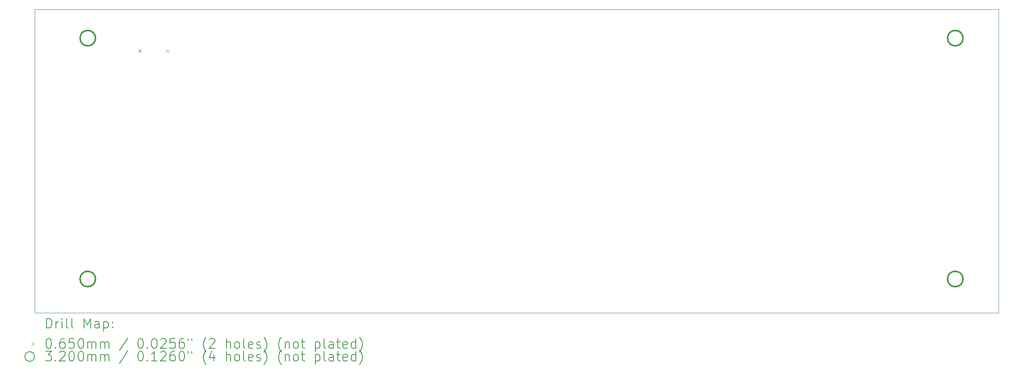
<source format=gbr>
%TF.GenerationSoftware,KiCad,Pcbnew,7.0.1*%
%TF.CreationDate,2023-08-04T20:18:21+09:00*%
%TF.ProjectId,FNF_Controller,464e465f-436f-46e7-9472-6f6c6c65722e,rev?*%
%TF.SameCoordinates,PX337f980PY7ed6b40*%
%TF.FileFunction,Drillmap*%
%TF.FilePolarity,Positive*%
%FSLAX45Y45*%
G04 Gerber Fmt 4.5, Leading zero omitted, Abs format (unit mm)*
G04 Created by KiCad (PCBNEW 7.0.1) date 2023-08-04 20:18:21*
%MOMM*%
%LPD*%
G01*
G04 APERTURE LIST*
%ADD10C,0.100000*%
%ADD11C,0.200000*%
%ADD12C,0.065000*%
%ADD13C,0.320000*%
G04 APERTURE END LIST*
D10*
X0Y6300000D02*
X20000000Y6300000D01*
X20000000Y0D01*
X0Y0D01*
X0Y6300000D01*
D11*
D12*
X2146500Y5467500D02*
X2211500Y5402500D01*
X2211500Y5467500D02*
X2146500Y5402500D01*
X2724500Y5467500D02*
X2789500Y5402500D01*
X2789500Y5467500D02*
X2724500Y5402500D01*
D13*
X1260000Y5700000D02*
G75*
G03*
X1260000Y5700000I-160000J0D01*
G01*
X1260000Y700000D02*
G75*
G03*
X1260000Y700000I-160000J0D01*
G01*
X19260000Y5700000D02*
G75*
G03*
X19260000Y5700000I-160000J0D01*
G01*
X19260000Y700000D02*
G75*
G03*
X19260000Y700000I-160000J0D01*
G01*
D11*
X242619Y-317524D02*
X242619Y-117524D01*
X242619Y-117524D02*
X290238Y-117524D01*
X290238Y-117524D02*
X318810Y-127048D01*
X318810Y-127048D02*
X337857Y-146095D01*
X337857Y-146095D02*
X347381Y-165143D01*
X347381Y-165143D02*
X356905Y-203238D01*
X356905Y-203238D02*
X356905Y-231809D01*
X356905Y-231809D02*
X347381Y-269905D01*
X347381Y-269905D02*
X337857Y-288952D01*
X337857Y-288952D02*
X318810Y-308000D01*
X318810Y-308000D02*
X290238Y-317524D01*
X290238Y-317524D02*
X242619Y-317524D01*
X442619Y-317524D02*
X442619Y-184190D01*
X442619Y-222286D02*
X452143Y-203238D01*
X452143Y-203238D02*
X461667Y-193714D01*
X461667Y-193714D02*
X480714Y-184190D01*
X480714Y-184190D02*
X499762Y-184190D01*
X566429Y-317524D02*
X566429Y-184190D01*
X566429Y-117524D02*
X556905Y-127048D01*
X556905Y-127048D02*
X566429Y-136571D01*
X566429Y-136571D02*
X575952Y-127048D01*
X575952Y-127048D02*
X566429Y-117524D01*
X566429Y-117524D02*
X566429Y-136571D01*
X690238Y-317524D02*
X671190Y-308000D01*
X671190Y-308000D02*
X661667Y-288952D01*
X661667Y-288952D02*
X661667Y-117524D01*
X795000Y-317524D02*
X775952Y-308000D01*
X775952Y-308000D02*
X766428Y-288952D01*
X766428Y-288952D02*
X766428Y-117524D01*
X1023571Y-317524D02*
X1023571Y-117524D01*
X1023571Y-117524D02*
X1090238Y-260381D01*
X1090238Y-260381D02*
X1156905Y-117524D01*
X1156905Y-117524D02*
X1156905Y-317524D01*
X1337857Y-317524D02*
X1337857Y-212762D01*
X1337857Y-212762D02*
X1328333Y-193714D01*
X1328333Y-193714D02*
X1309286Y-184190D01*
X1309286Y-184190D02*
X1271190Y-184190D01*
X1271190Y-184190D02*
X1252143Y-193714D01*
X1337857Y-308000D02*
X1318810Y-317524D01*
X1318810Y-317524D02*
X1271190Y-317524D01*
X1271190Y-317524D02*
X1252143Y-308000D01*
X1252143Y-308000D02*
X1242619Y-288952D01*
X1242619Y-288952D02*
X1242619Y-269905D01*
X1242619Y-269905D02*
X1252143Y-250857D01*
X1252143Y-250857D02*
X1271190Y-241333D01*
X1271190Y-241333D02*
X1318810Y-241333D01*
X1318810Y-241333D02*
X1337857Y-231809D01*
X1433095Y-184190D02*
X1433095Y-384190D01*
X1433095Y-193714D02*
X1452143Y-184190D01*
X1452143Y-184190D02*
X1490238Y-184190D01*
X1490238Y-184190D02*
X1509286Y-193714D01*
X1509286Y-193714D02*
X1518809Y-203238D01*
X1518809Y-203238D02*
X1528333Y-222286D01*
X1528333Y-222286D02*
X1528333Y-279429D01*
X1528333Y-279429D02*
X1518809Y-298476D01*
X1518809Y-298476D02*
X1509286Y-308000D01*
X1509286Y-308000D02*
X1490238Y-317524D01*
X1490238Y-317524D02*
X1452143Y-317524D01*
X1452143Y-317524D02*
X1433095Y-308000D01*
X1614048Y-298476D02*
X1623571Y-308000D01*
X1623571Y-308000D02*
X1614048Y-317524D01*
X1614048Y-317524D02*
X1604524Y-308000D01*
X1604524Y-308000D02*
X1614048Y-298476D01*
X1614048Y-298476D02*
X1614048Y-317524D01*
X1614048Y-193714D02*
X1623571Y-203238D01*
X1623571Y-203238D02*
X1614048Y-212762D01*
X1614048Y-212762D02*
X1604524Y-203238D01*
X1604524Y-203238D02*
X1614048Y-193714D01*
X1614048Y-193714D02*
X1614048Y-212762D01*
D12*
X-70000Y-612500D02*
X-5000Y-677500D01*
X-5000Y-612500D02*
X-70000Y-677500D01*
D11*
X280714Y-537524D02*
X299762Y-537524D01*
X299762Y-537524D02*
X318810Y-547048D01*
X318810Y-547048D02*
X328333Y-556571D01*
X328333Y-556571D02*
X337857Y-575619D01*
X337857Y-575619D02*
X347381Y-613714D01*
X347381Y-613714D02*
X347381Y-661333D01*
X347381Y-661333D02*
X337857Y-699428D01*
X337857Y-699428D02*
X328333Y-718476D01*
X328333Y-718476D02*
X318810Y-728000D01*
X318810Y-728000D02*
X299762Y-737524D01*
X299762Y-737524D02*
X280714Y-737524D01*
X280714Y-737524D02*
X261667Y-728000D01*
X261667Y-728000D02*
X252143Y-718476D01*
X252143Y-718476D02*
X242619Y-699428D01*
X242619Y-699428D02*
X233095Y-661333D01*
X233095Y-661333D02*
X233095Y-613714D01*
X233095Y-613714D02*
X242619Y-575619D01*
X242619Y-575619D02*
X252143Y-556571D01*
X252143Y-556571D02*
X261667Y-547048D01*
X261667Y-547048D02*
X280714Y-537524D01*
X433095Y-718476D02*
X442619Y-728000D01*
X442619Y-728000D02*
X433095Y-737524D01*
X433095Y-737524D02*
X423571Y-728000D01*
X423571Y-728000D02*
X433095Y-718476D01*
X433095Y-718476D02*
X433095Y-737524D01*
X614048Y-537524D02*
X575952Y-537524D01*
X575952Y-537524D02*
X556905Y-547048D01*
X556905Y-547048D02*
X547381Y-556571D01*
X547381Y-556571D02*
X528333Y-585143D01*
X528333Y-585143D02*
X518809Y-623238D01*
X518809Y-623238D02*
X518809Y-699428D01*
X518809Y-699428D02*
X528333Y-718476D01*
X528333Y-718476D02*
X537857Y-728000D01*
X537857Y-728000D02*
X556905Y-737524D01*
X556905Y-737524D02*
X595000Y-737524D01*
X595000Y-737524D02*
X614048Y-728000D01*
X614048Y-728000D02*
X623571Y-718476D01*
X623571Y-718476D02*
X633095Y-699428D01*
X633095Y-699428D02*
X633095Y-651810D01*
X633095Y-651810D02*
X623571Y-632762D01*
X623571Y-632762D02*
X614048Y-623238D01*
X614048Y-623238D02*
X595000Y-613714D01*
X595000Y-613714D02*
X556905Y-613714D01*
X556905Y-613714D02*
X537857Y-623238D01*
X537857Y-623238D02*
X528333Y-632762D01*
X528333Y-632762D02*
X518809Y-651810D01*
X814048Y-537524D02*
X718809Y-537524D01*
X718809Y-537524D02*
X709286Y-632762D01*
X709286Y-632762D02*
X718809Y-623238D01*
X718809Y-623238D02*
X737857Y-613714D01*
X737857Y-613714D02*
X785476Y-613714D01*
X785476Y-613714D02*
X804524Y-623238D01*
X804524Y-623238D02*
X814048Y-632762D01*
X814048Y-632762D02*
X823571Y-651810D01*
X823571Y-651810D02*
X823571Y-699428D01*
X823571Y-699428D02*
X814048Y-718476D01*
X814048Y-718476D02*
X804524Y-728000D01*
X804524Y-728000D02*
X785476Y-737524D01*
X785476Y-737524D02*
X737857Y-737524D01*
X737857Y-737524D02*
X718809Y-728000D01*
X718809Y-728000D02*
X709286Y-718476D01*
X947381Y-537524D02*
X966429Y-537524D01*
X966429Y-537524D02*
X985476Y-547048D01*
X985476Y-547048D02*
X995000Y-556571D01*
X995000Y-556571D02*
X1004524Y-575619D01*
X1004524Y-575619D02*
X1014048Y-613714D01*
X1014048Y-613714D02*
X1014048Y-661333D01*
X1014048Y-661333D02*
X1004524Y-699428D01*
X1004524Y-699428D02*
X995000Y-718476D01*
X995000Y-718476D02*
X985476Y-728000D01*
X985476Y-728000D02*
X966429Y-737524D01*
X966429Y-737524D02*
X947381Y-737524D01*
X947381Y-737524D02*
X928333Y-728000D01*
X928333Y-728000D02*
X918809Y-718476D01*
X918809Y-718476D02*
X909286Y-699428D01*
X909286Y-699428D02*
X899762Y-661333D01*
X899762Y-661333D02*
X899762Y-613714D01*
X899762Y-613714D02*
X909286Y-575619D01*
X909286Y-575619D02*
X918809Y-556571D01*
X918809Y-556571D02*
X928333Y-547048D01*
X928333Y-547048D02*
X947381Y-537524D01*
X1099762Y-737524D02*
X1099762Y-604190D01*
X1099762Y-623238D02*
X1109286Y-613714D01*
X1109286Y-613714D02*
X1128333Y-604190D01*
X1128333Y-604190D02*
X1156905Y-604190D01*
X1156905Y-604190D02*
X1175952Y-613714D01*
X1175952Y-613714D02*
X1185476Y-632762D01*
X1185476Y-632762D02*
X1185476Y-737524D01*
X1185476Y-632762D02*
X1195000Y-613714D01*
X1195000Y-613714D02*
X1214048Y-604190D01*
X1214048Y-604190D02*
X1242619Y-604190D01*
X1242619Y-604190D02*
X1261667Y-613714D01*
X1261667Y-613714D02*
X1271191Y-632762D01*
X1271191Y-632762D02*
X1271191Y-737524D01*
X1366429Y-737524D02*
X1366429Y-604190D01*
X1366429Y-623238D02*
X1375952Y-613714D01*
X1375952Y-613714D02*
X1395000Y-604190D01*
X1395000Y-604190D02*
X1423571Y-604190D01*
X1423571Y-604190D02*
X1442619Y-613714D01*
X1442619Y-613714D02*
X1452143Y-632762D01*
X1452143Y-632762D02*
X1452143Y-737524D01*
X1452143Y-632762D02*
X1461667Y-613714D01*
X1461667Y-613714D02*
X1480714Y-604190D01*
X1480714Y-604190D02*
X1509286Y-604190D01*
X1509286Y-604190D02*
X1528333Y-613714D01*
X1528333Y-613714D02*
X1537857Y-632762D01*
X1537857Y-632762D02*
X1537857Y-737524D01*
X1928333Y-528000D02*
X1756905Y-785143D01*
X2185476Y-537524D02*
X2204524Y-537524D01*
X2204524Y-537524D02*
X2223572Y-547048D01*
X2223572Y-547048D02*
X2233095Y-556571D01*
X2233095Y-556571D02*
X2242619Y-575619D01*
X2242619Y-575619D02*
X2252143Y-613714D01*
X2252143Y-613714D02*
X2252143Y-661333D01*
X2252143Y-661333D02*
X2242619Y-699428D01*
X2242619Y-699428D02*
X2233095Y-718476D01*
X2233095Y-718476D02*
X2223572Y-728000D01*
X2223572Y-728000D02*
X2204524Y-737524D01*
X2204524Y-737524D02*
X2185476Y-737524D01*
X2185476Y-737524D02*
X2166429Y-728000D01*
X2166429Y-728000D02*
X2156905Y-718476D01*
X2156905Y-718476D02*
X2147381Y-699428D01*
X2147381Y-699428D02*
X2137857Y-661333D01*
X2137857Y-661333D02*
X2137857Y-613714D01*
X2137857Y-613714D02*
X2147381Y-575619D01*
X2147381Y-575619D02*
X2156905Y-556571D01*
X2156905Y-556571D02*
X2166429Y-547048D01*
X2166429Y-547048D02*
X2185476Y-537524D01*
X2337857Y-718476D02*
X2347381Y-728000D01*
X2347381Y-728000D02*
X2337857Y-737524D01*
X2337857Y-737524D02*
X2328334Y-728000D01*
X2328334Y-728000D02*
X2337857Y-718476D01*
X2337857Y-718476D02*
X2337857Y-737524D01*
X2471191Y-537524D02*
X2490238Y-537524D01*
X2490238Y-537524D02*
X2509286Y-547048D01*
X2509286Y-547048D02*
X2518810Y-556571D01*
X2518810Y-556571D02*
X2528334Y-575619D01*
X2528334Y-575619D02*
X2537857Y-613714D01*
X2537857Y-613714D02*
X2537857Y-661333D01*
X2537857Y-661333D02*
X2528334Y-699428D01*
X2528334Y-699428D02*
X2518810Y-718476D01*
X2518810Y-718476D02*
X2509286Y-728000D01*
X2509286Y-728000D02*
X2490238Y-737524D01*
X2490238Y-737524D02*
X2471191Y-737524D01*
X2471191Y-737524D02*
X2452143Y-728000D01*
X2452143Y-728000D02*
X2442619Y-718476D01*
X2442619Y-718476D02*
X2433095Y-699428D01*
X2433095Y-699428D02*
X2423572Y-661333D01*
X2423572Y-661333D02*
X2423572Y-613714D01*
X2423572Y-613714D02*
X2433095Y-575619D01*
X2433095Y-575619D02*
X2442619Y-556571D01*
X2442619Y-556571D02*
X2452143Y-547048D01*
X2452143Y-547048D02*
X2471191Y-537524D01*
X2614048Y-556571D02*
X2623572Y-547048D01*
X2623572Y-547048D02*
X2642619Y-537524D01*
X2642619Y-537524D02*
X2690238Y-537524D01*
X2690238Y-537524D02*
X2709286Y-547048D01*
X2709286Y-547048D02*
X2718810Y-556571D01*
X2718810Y-556571D02*
X2728334Y-575619D01*
X2728334Y-575619D02*
X2728334Y-594667D01*
X2728334Y-594667D02*
X2718810Y-623238D01*
X2718810Y-623238D02*
X2604524Y-737524D01*
X2604524Y-737524D02*
X2728334Y-737524D01*
X2909286Y-537524D02*
X2814048Y-537524D01*
X2814048Y-537524D02*
X2804524Y-632762D01*
X2804524Y-632762D02*
X2814048Y-623238D01*
X2814048Y-623238D02*
X2833095Y-613714D01*
X2833095Y-613714D02*
X2880714Y-613714D01*
X2880714Y-613714D02*
X2899762Y-623238D01*
X2899762Y-623238D02*
X2909286Y-632762D01*
X2909286Y-632762D02*
X2918810Y-651810D01*
X2918810Y-651810D02*
X2918810Y-699428D01*
X2918810Y-699428D02*
X2909286Y-718476D01*
X2909286Y-718476D02*
X2899762Y-728000D01*
X2899762Y-728000D02*
X2880714Y-737524D01*
X2880714Y-737524D02*
X2833095Y-737524D01*
X2833095Y-737524D02*
X2814048Y-728000D01*
X2814048Y-728000D02*
X2804524Y-718476D01*
X3090238Y-537524D02*
X3052143Y-537524D01*
X3052143Y-537524D02*
X3033095Y-547048D01*
X3033095Y-547048D02*
X3023572Y-556571D01*
X3023572Y-556571D02*
X3004524Y-585143D01*
X3004524Y-585143D02*
X2995000Y-623238D01*
X2995000Y-623238D02*
X2995000Y-699428D01*
X2995000Y-699428D02*
X3004524Y-718476D01*
X3004524Y-718476D02*
X3014048Y-728000D01*
X3014048Y-728000D02*
X3033095Y-737524D01*
X3033095Y-737524D02*
X3071191Y-737524D01*
X3071191Y-737524D02*
X3090238Y-728000D01*
X3090238Y-728000D02*
X3099762Y-718476D01*
X3099762Y-718476D02*
X3109286Y-699428D01*
X3109286Y-699428D02*
X3109286Y-651810D01*
X3109286Y-651810D02*
X3099762Y-632762D01*
X3099762Y-632762D02*
X3090238Y-623238D01*
X3090238Y-623238D02*
X3071191Y-613714D01*
X3071191Y-613714D02*
X3033095Y-613714D01*
X3033095Y-613714D02*
X3014048Y-623238D01*
X3014048Y-623238D02*
X3004524Y-632762D01*
X3004524Y-632762D02*
X2995000Y-651810D01*
X3185476Y-537524D02*
X3185476Y-575619D01*
X3261667Y-537524D02*
X3261667Y-575619D01*
X3556905Y-813714D02*
X3547381Y-804190D01*
X3547381Y-804190D02*
X3528334Y-775619D01*
X3528334Y-775619D02*
X3518810Y-756571D01*
X3518810Y-756571D02*
X3509286Y-728000D01*
X3509286Y-728000D02*
X3499762Y-680381D01*
X3499762Y-680381D02*
X3499762Y-642286D01*
X3499762Y-642286D02*
X3509286Y-594667D01*
X3509286Y-594667D02*
X3518810Y-566095D01*
X3518810Y-566095D02*
X3528334Y-547048D01*
X3528334Y-547048D02*
X3547381Y-518476D01*
X3547381Y-518476D02*
X3556905Y-508952D01*
X3623572Y-556571D02*
X3633095Y-547048D01*
X3633095Y-547048D02*
X3652143Y-537524D01*
X3652143Y-537524D02*
X3699762Y-537524D01*
X3699762Y-537524D02*
X3718810Y-547048D01*
X3718810Y-547048D02*
X3728334Y-556571D01*
X3728334Y-556571D02*
X3737857Y-575619D01*
X3737857Y-575619D02*
X3737857Y-594667D01*
X3737857Y-594667D02*
X3728334Y-623238D01*
X3728334Y-623238D02*
X3614048Y-737524D01*
X3614048Y-737524D02*
X3737857Y-737524D01*
X3975953Y-737524D02*
X3975953Y-537524D01*
X4061667Y-737524D02*
X4061667Y-632762D01*
X4061667Y-632762D02*
X4052143Y-613714D01*
X4052143Y-613714D02*
X4033096Y-604190D01*
X4033096Y-604190D02*
X4004524Y-604190D01*
X4004524Y-604190D02*
X3985476Y-613714D01*
X3985476Y-613714D02*
X3975953Y-623238D01*
X4185476Y-737524D02*
X4166429Y-728000D01*
X4166429Y-728000D02*
X4156905Y-718476D01*
X4156905Y-718476D02*
X4147381Y-699428D01*
X4147381Y-699428D02*
X4147381Y-642286D01*
X4147381Y-642286D02*
X4156905Y-623238D01*
X4156905Y-623238D02*
X4166429Y-613714D01*
X4166429Y-613714D02*
X4185476Y-604190D01*
X4185476Y-604190D02*
X4214048Y-604190D01*
X4214048Y-604190D02*
X4233096Y-613714D01*
X4233096Y-613714D02*
X4242619Y-623238D01*
X4242619Y-623238D02*
X4252143Y-642286D01*
X4252143Y-642286D02*
X4252143Y-699428D01*
X4252143Y-699428D02*
X4242619Y-718476D01*
X4242619Y-718476D02*
X4233096Y-728000D01*
X4233096Y-728000D02*
X4214048Y-737524D01*
X4214048Y-737524D02*
X4185476Y-737524D01*
X4366429Y-737524D02*
X4347381Y-728000D01*
X4347381Y-728000D02*
X4337858Y-708952D01*
X4337858Y-708952D02*
X4337858Y-537524D01*
X4518810Y-728000D02*
X4499762Y-737524D01*
X4499762Y-737524D02*
X4461667Y-737524D01*
X4461667Y-737524D02*
X4442619Y-728000D01*
X4442619Y-728000D02*
X4433096Y-708952D01*
X4433096Y-708952D02*
X4433096Y-632762D01*
X4433096Y-632762D02*
X4442619Y-613714D01*
X4442619Y-613714D02*
X4461667Y-604190D01*
X4461667Y-604190D02*
X4499762Y-604190D01*
X4499762Y-604190D02*
X4518810Y-613714D01*
X4518810Y-613714D02*
X4528334Y-632762D01*
X4528334Y-632762D02*
X4528334Y-651810D01*
X4528334Y-651810D02*
X4433096Y-670857D01*
X4604524Y-728000D02*
X4623572Y-737524D01*
X4623572Y-737524D02*
X4661667Y-737524D01*
X4661667Y-737524D02*
X4680715Y-728000D01*
X4680715Y-728000D02*
X4690239Y-708952D01*
X4690239Y-708952D02*
X4690239Y-699428D01*
X4690239Y-699428D02*
X4680715Y-680381D01*
X4680715Y-680381D02*
X4661667Y-670857D01*
X4661667Y-670857D02*
X4633096Y-670857D01*
X4633096Y-670857D02*
X4614048Y-661333D01*
X4614048Y-661333D02*
X4604524Y-642286D01*
X4604524Y-642286D02*
X4604524Y-632762D01*
X4604524Y-632762D02*
X4614048Y-613714D01*
X4614048Y-613714D02*
X4633096Y-604190D01*
X4633096Y-604190D02*
X4661667Y-604190D01*
X4661667Y-604190D02*
X4680715Y-613714D01*
X4756905Y-813714D02*
X4766429Y-804190D01*
X4766429Y-804190D02*
X4785477Y-775619D01*
X4785477Y-775619D02*
X4795000Y-756571D01*
X4795000Y-756571D02*
X4804524Y-728000D01*
X4804524Y-728000D02*
X4814048Y-680381D01*
X4814048Y-680381D02*
X4814048Y-642286D01*
X4814048Y-642286D02*
X4804524Y-594667D01*
X4804524Y-594667D02*
X4795000Y-566095D01*
X4795000Y-566095D02*
X4785477Y-547048D01*
X4785477Y-547048D02*
X4766429Y-518476D01*
X4766429Y-518476D02*
X4756905Y-508952D01*
X5118810Y-813714D02*
X5109286Y-804190D01*
X5109286Y-804190D02*
X5090239Y-775619D01*
X5090239Y-775619D02*
X5080715Y-756571D01*
X5080715Y-756571D02*
X5071191Y-728000D01*
X5071191Y-728000D02*
X5061667Y-680381D01*
X5061667Y-680381D02*
X5061667Y-642286D01*
X5061667Y-642286D02*
X5071191Y-594667D01*
X5071191Y-594667D02*
X5080715Y-566095D01*
X5080715Y-566095D02*
X5090239Y-547048D01*
X5090239Y-547048D02*
X5109286Y-518476D01*
X5109286Y-518476D02*
X5118810Y-508952D01*
X5195000Y-604190D02*
X5195000Y-737524D01*
X5195000Y-623238D02*
X5204524Y-613714D01*
X5204524Y-613714D02*
X5223572Y-604190D01*
X5223572Y-604190D02*
X5252143Y-604190D01*
X5252143Y-604190D02*
X5271191Y-613714D01*
X5271191Y-613714D02*
X5280715Y-632762D01*
X5280715Y-632762D02*
X5280715Y-737524D01*
X5404524Y-737524D02*
X5385477Y-728000D01*
X5385477Y-728000D02*
X5375953Y-718476D01*
X5375953Y-718476D02*
X5366429Y-699428D01*
X5366429Y-699428D02*
X5366429Y-642286D01*
X5366429Y-642286D02*
X5375953Y-623238D01*
X5375953Y-623238D02*
X5385477Y-613714D01*
X5385477Y-613714D02*
X5404524Y-604190D01*
X5404524Y-604190D02*
X5433096Y-604190D01*
X5433096Y-604190D02*
X5452143Y-613714D01*
X5452143Y-613714D02*
X5461667Y-623238D01*
X5461667Y-623238D02*
X5471191Y-642286D01*
X5471191Y-642286D02*
X5471191Y-699428D01*
X5471191Y-699428D02*
X5461667Y-718476D01*
X5461667Y-718476D02*
X5452143Y-728000D01*
X5452143Y-728000D02*
X5433096Y-737524D01*
X5433096Y-737524D02*
X5404524Y-737524D01*
X5528334Y-604190D02*
X5604524Y-604190D01*
X5556905Y-537524D02*
X5556905Y-708952D01*
X5556905Y-708952D02*
X5566429Y-728000D01*
X5566429Y-728000D02*
X5585477Y-737524D01*
X5585477Y-737524D02*
X5604524Y-737524D01*
X5823572Y-604190D02*
X5823572Y-804190D01*
X5823572Y-613714D02*
X5842619Y-604190D01*
X5842619Y-604190D02*
X5880715Y-604190D01*
X5880715Y-604190D02*
X5899762Y-613714D01*
X5899762Y-613714D02*
X5909286Y-623238D01*
X5909286Y-623238D02*
X5918810Y-642286D01*
X5918810Y-642286D02*
X5918810Y-699428D01*
X5918810Y-699428D02*
X5909286Y-718476D01*
X5909286Y-718476D02*
X5899762Y-728000D01*
X5899762Y-728000D02*
X5880715Y-737524D01*
X5880715Y-737524D02*
X5842619Y-737524D01*
X5842619Y-737524D02*
X5823572Y-728000D01*
X6033096Y-737524D02*
X6014048Y-728000D01*
X6014048Y-728000D02*
X6004524Y-708952D01*
X6004524Y-708952D02*
X6004524Y-537524D01*
X6195000Y-737524D02*
X6195000Y-632762D01*
X6195000Y-632762D02*
X6185477Y-613714D01*
X6185477Y-613714D02*
X6166429Y-604190D01*
X6166429Y-604190D02*
X6128334Y-604190D01*
X6128334Y-604190D02*
X6109286Y-613714D01*
X6195000Y-728000D02*
X6175953Y-737524D01*
X6175953Y-737524D02*
X6128334Y-737524D01*
X6128334Y-737524D02*
X6109286Y-728000D01*
X6109286Y-728000D02*
X6099762Y-708952D01*
X6099762Y-708952D02*
X6099762Y-689905D01*
X6099762Y-689905D02*
X6109286Y-670857D01*
X6109286Y-670857D02*
X6128334Y-661333D01*
X6128334Y-661333D02*
X6175953Y-661333D01*
X6175953Y-661333D02*
X6195000Y-651810D01*
X6261667Y-604190D02*
X6337858Y-604190D01*
X6290239Y-537524D02*
X6290239Y-708952D01*
X6290239Y-708952D02*
X6299762Y-728000D01*
X6299762Y-728000D02*
X6318810Y-737524D01*
X6318810Y-737524D02*
X6337858Y-737524D01*
X6480715Y-728000D02*
X6461667Y-737524D01*
X6461667Y-737524D02*
X6423572Y-737524D01*
X6423572Y-737524D02*
X6404524Y-728000D01*
X6404524Y-728000D02*
X6395000Y-708952D01*
X6395000Y-708952D02*
X6395000Y-632762D01*
X6395000Y-632762D02*
X6404524Y-613714D01*
X6404524Y-613714D02*
X6423572Y-604190D01*
X6423572Y-604190D02*
X6461667Y-604190D01*
X6461667Y-604190D02*
X6480715Y-613714D01*
X6480715Y-613714D02*
X6490239Y-632762D01*
X6490239Y-632762D02*
X6490239Y-651810D01*
X6490239Y-651810D02*
X6395000Y-670857D01*
X6661667Y-737524D02*
X6661667Y-537524D01*
X6661667Y-728000D02*
X6642620Y-737524D01*
X6642620Y-737524D02*
X6604524Y-737524D01*
X6604524Y-737524D02*
X6585477Y-728000D01*
X6585477Y-728000D02*
X6575953Y-718476D01*
X6575953Y-718476D02*
X6566429Y-699428D01*
X6566429Y-699428D02*
X6566429Y-642286D01*
X6566429Y-642286D02*
X6575953Y-623238D01*
X6575953Y-623238D02*
X6585477Y-613714D01*
X6585477Y-613714D02*
X6604524Y-604190D01*
X6604524Y-604190D02*
X6642620Y-604190D01*
X6642620Y-604190D02*
X6661667Y-613714D01*
X6737858Y-813714D02*
X6747381Y-804190D01*
X6747381Y-804190D02*
X6766429Y-775619D01*
X6766429Y-775619D02*
X6775953Y-756571D01*
X6775953Y-756571D02*
X6785477Y-728000D01*
X6785477Y-728000D02*
X6795000Y-680381D01*
X6795000Y-680381D02*
X6795000Y-642286D01*
X6795000Y-642286D02*
X6785477Y-594667D01*
X6785477Y-594667D02*
X6775953Y-566095D01*
X6775953Y-566095D02*
X6766429Y-547048D01*
X6766429Y-547048D02*
X6747381Y-518476D01*
X6747381Y-518476D02*
X6737858Y-508952D01*
X-5000Y-909000D02*
G75*
G03*
X-5000Y-909000I-100000J0D01*
G01*
X223571Y-801524D02*
X347381Y-801524D01*
X347381Y-801524D02*
X280714Y-877714D01*
X280714Y-877714D02*
X309286Y-877714D01*
X309286Y-877714D02*
X328333Y-887238D01*
X328333Y-887238D02*
X337857Y-896762D01*
X337857Y-896762D02*
X347381Y-915809D01*
X347381Y-915809D02*
X347381Y-963428D01*
X347381Y-963428D02*
X337857Y-982476D01*
X337857Y-982476D02*
X328333Y-992000D01*
X328333Y-992000D02*
X309286Y-1001524D01*
X309286Y-1001524D02*
X252143Y-1001524D01*
X252143Y-1001524D02*
X233095Y-992000D01*
X233095Y-992000D02*
X223571Y-982476D01*
X433095Y-982476D02*
X442619Y-992000D01*
X442619Y-992000D02*
X433095Y-1001524D01*
X433095Y-1001524D02*
X423571Y-992000D01*
X423571Y-992000D02*
X433095Y-982476D01*
X433095Y-982476D02*
X433095Y-1001524D01*
X518809Y-820571D02*
X528333Y-811048D01*
X528333Y-811048D02*
X547381Y-801524D01*
X547381Y-801524D02*
X595000Y-801524D01*
X595000Y-801524D02*
X614048Y-811048D01*
X614048Y-811048D02*
X623571Y-820571D01*
X623571Y-820571D02*
X633095Y-839619D01*
X633095Y-839619D02*
X633095Y-858667D01*
X633095Y-858667D02*
X623571Y-887238D01*
X623571Y-887238D02*
X509286Y-1001524D01*
X509286Y-1001524D02*
X633095Y-1001524D01*
X756905Y-801524D02*
X775952Y-801524D01*
X775952Y-801524D02*
X795000Y-811048D01*
X795000Y-811048D02*
X804524Y-820571D01*
X804524Y-820571D02*
X814048Y-839619D01*
X814048Y-839619D02*
X823571Y-877714D01*
X823571Y-877714D02*
X823571Y-925333D01*
X823571Y-925333D02*
X814048Y-963428D01*
X814048Y-963428D02*
X804524Y-982476D01*
X804524Y-982476D02*
X795000Y-992000D01*
X795000Y-992000D02*
X775952Y-1001524D01*
X775952Y-1001524D02*
X756905Y-1001524D01*
X756905Y-1001524D02*
X737857Y-992000D01*
X737857Y-992000D02*
X728333Y-982476D01*
X728333Y-982476D02*
X718809Y-963428D01*
X718809Y-963428D02*
X709286Y-925333D01*
X709286Y-925333D02*
X709286Y-877714D01*
X709286Y-877714D02*
X718809Y-839619D01*
X718809Y-839619D02*
X728333Y-820571D01*
X728333Y-820571D02*
X737857Y-811048D01*
X737857Y-811048D02*
X756905Y-801524D01*
X947381Y-801524D02*
X966429Y-801524D01*
X966429Y-801524D02*
X985476Y-811048D01*
X985476Y-811048D02*
X995000Y-820571D01*
X995000Y-820571D02*
X1004524Y-839619D01*
X1004524Y-839619D02*
X1014048Y-877714D01*
X1014048Y-877714D02*
X1014048Y-925333D01*
X1014048Y-925333D02*
X1004524Y-963428D01*
X1004524Y-963428D02*
X995000Y-982476D01*
X995000Y-982476D02*
X985476Y-992000D01*
X985476Y-992000D02*
X966429Y-1001524D01*
X966429Y-1001524D02*
X947381Y-1001524D01*
X947381Y-1001524D02*
X928333Y-992000D01*
X928333Y-992000D02*
X918809Y-982476D01*
X918809Y-982476D02*
X909286Y-963428D01*
X909286Y-963428D02*
X899762Y-925333D01*
X899762Y-925333D02*
X899762Y-877714D01*
X899762Y-877714D02*
X909286Y-839619D01*
X909286Y-839619D02*
X918809Y-820571D01*
X918809Y-820571D02*
X928333Y-811048D01*
X928333Y-811048D02*
X947381Y-801524D01*
X1099762Y-1001524D02*
X1099762Y-868190D01*
X1099762Y-887238D02*
X1109286Y-877714D01*
X1109286Y-877714D02*
X1128333Y-868190D01*
X1128333Y-868190D02*
X1156905Y-868190D01*
X1156905Y-868190D02*
X1175952Y-877714D01*
X1175952Y-877714D02*
X1185476Y-896762D01*
X1185476Y-896762D02*
X1185476Y-1001524D01*
X1185476Y-896762D02*
X1195000Y-877714D01*
X1195000Y-877714D02*
X1214048Y-868190D01*
X1214048Y-868190D02*
X1242619Y-868190D01*
X1242619Y-868190D02*
X1261667Y-877714D01*
X1261667Y-877714D02*
X1271191Y-896762D01*
X1271191Y-896762D02*
X1271191Y-1001524D01*
X1366429Y-1001524D02*
X1366429Y-868190D01*
X1366429Y-887238D02*
X1375952Y-877714D01*
X1375952Y-877714D02*
X1395000Y-868190D01*
X1395000Y-868190D02*
X1423571Y-868190D01*
X1423571Y-868190D02*
X1442619Y-877714D01*
X1442619Y-877714D02*
X1452143Y-896762D01*
X1452143Y-896762D02*
X1452143Y-1001524D01*
X1452143Y-896762D02*
X1461667Y-877714D01*
X1461667Y-877714D02*
X1480714Y-868190D01*
X1480714Y-868190D02*
X1509286Y-868190D01*
X1509286Y-868190D02*
X1528333Y-877714D01*
X1528333Y-877714D02*
X1537857Y-896762D01*
X1537857Y-896762D02*
X1537857Y-1001524D01*
X1928333Y-792000D02*
X1756905Y-1049143D01*
X2185476Y-801524D02*
X2204524Y-801524D01*
X2204524Y-801524D02*
X2223572Y-811048D01*
X2223572Y-811048D02*
X2233095Y-820571D01*
X2233095Y-820571D02*
X2242619Y-839619D01*
X2242619Y-839619D02*
X2252143Y-877714D01*
X2252143Y-877714D02*
X2252143Y-925333D01*
X2252143Y-925333D02*
X2242619Y-963428D01*
X2242619Y-963428D02*
X2233095Y-982476D01*
X2233095Y-982476D02*
X2223572Y-992000D01*
X2223572Y-992000D02*
X2204524Y-1001524D01*
X2204524Y-1001524D02*
X2185476Y-1001524D01*
X2185476Y-1001524D02*
X2166429Y-992000D01*
X2166429Y-992000D02*
X2156905Y-982476D01*
X2156905Y-982476D02*
X2147381Y-963428D01*
X2147381Y-963428D02*
X2137857Y-925333D01*
X2137857Y-925333D02*
X2137857Y-877714D01*
X2137857Y-877714D02*
X2147381Y-839619D01*
X2147381Y-839619D02*
X2156905Y-820571D01*
X2156905Y-820571D02*
X2166429Y-811048D01*
X2166429Y-811048D02*
X2185476Y-801524D01*
X2337857Y-982476D02*
X2347381Y-992000D01*
X2347381Y-992000D02*
X2337857Y-1001524D01*
X2337857Y-1001524D02*
X2328334Y-992000D01*
X2328334Y-992000D02*
X2337857Y-982476D01*
X2337857Y-982476D02*
X2337857Y-1001524D01*
X2537857Y-1001524D02*
X2423572Y-1001524D01*
X2480714Y-1001524D02*
X2480714Y-801524D01*
X2480714Y-801524D02*
X2461667Y-830095D01*
X2461667Y-830095D02*
X2442619Y-849143D01*
X2442619Y-849143D02*
X2423572Y-858667D01*
X2614048Y-820571D02*
X2623572Y-811048D01*
X2623572Y-811048D02*
X2642619Y-801524D01*
X2642619Y-801524D02*
X2690238Y-801524D01*
X2690238Y-801524D02*
X2709286Y-811048D01*
X2709286Y-811048D02*
X2718810Y-820571D01*
X2718810Y-820571D02*
X2728334Y-839619D01*
X2728334Y-839619D02*
X2728334Y-858667D01*
X2728334Y-858667D02*
X2718810Y-887238D01*
X2718810Y-887238D02*
X2604524Y-1001524D01*
X2604524Y-1001524D02*
X2728334Y-1001524D01*
X2899762Y-801524D02*
X2861667Y-801524D01*
X2861667Y-801524D02*
X2842619Y-811048D01*
X2842619Y-811048D02*
X2833095Y-820571D01*
X2833095Y-820571D02*
X2814048Y-849143D01*
X2814048Y-849143D02*
X2804524Y-887238D01*
X2804524Y-887238D02*
X2804524Y-963428D01*
X2804524Y-963428D02*
X2814048Y-982476D01*
X2814048Y-982476D02*
X2823572Y-992000D01*
X2823572Y-992000D02*
X2842619Y-1001524D01*
X2842619Y-1001524D02*
X2880714Y-1001524D01*
X2880714Y-1001524D02*
X2899762Y-992000D01*
X2899762Y-992000D02*
X2909286Y-982476D01*
X2909286Y-982476D02*
X2918810Y-963428D01*
X2918810Y-963428D02*
X2918810Y-915809D01*
X2918810Y-915809D02*
X2909286Y-896762D01*
X2909286Y-896762D02*
X2899762Y-887238D01*
X2899762Y-887238D02*
X2880714Y-877714D01*
X2880714Y-877714D02*
X2842619Y-877714D01*
X2842619Y-877714D02*
X2823572Y-887238D01*
X2823572Y-887238D02*
X2814048Y-896762D01*
X2814048Y-896762D02*
X2804524Y-915809D01*
X3042619Y-801524D02*
X3061667Y-801524D01*
X3061667Y-801524D02*
X3080714Y-811048D01*
X3080714Y-811048D02*
X3090238Y-820571D01*
X3090238Y-820571D02*
X3099762Y-839619D01*
X3099762Y-839619D02*
X3109286Y-877714D01*
X3109286Y-877714D02*
X3109286Y-925333D01*
X3109286Y-925333D02*
X3099762Y-963428D01*
X3099762Y-963428D02*
X3090238Y-982476D01*
X3090238Y-982476D02*
X3080714Y-992000D01*
X3080714Y-992000D02*
X3061667Y-1001524D01*
X3061667Y-1001524D02*
X3042619Y-1001524D01*
X3042619Y-1001524D02*
X3023572Y-992000D01*
X3023572Y-992000D02*
X3014048Y-982476D01*
X3014048Y-982476D02*
X3004524Y-963428D01*
X3004524Y-963428D02*
X2995000Y-925333D01*
X2995000Y-925333D02*
X2995000Y-877714D01*
X2995000Y-877714D02*
X3004524Y-839619D01*
X3004524Y-839619D02*
X3014048Y-820571D01*
X3014048Y-820571D02*
X3023572Y-811048D01*
X3023572Y-811048D02*
X3042619Y-801524D01*
X3185476Y-801524D02*
X3185476Y-839619D01*
X3261667Y-801524D02*
X3261667Y-839619D01*
X3556905Y-1077714D02*
X3547381Y-1068190D01*
X3547381Y-1068190D02*
X3528334Y-1039619D01*
X3528334Y-1039619D02*
X3518810Y-1020571D01*
X3518810Y-1020571D02*
X3509286Y-992000D01*
X3509286Y-992000D02*
X3499762Y-944381D01*
X3499762Y-944381D02*
X3499762Y-906286D01*
X3499762Y-906286D02*
X3509286Y-858667D01*
X3509286Y-858667D02*
X3518810Y-830095D01*
X3518810Y-830095D02*
X3528334Y-811048D01*
X3528334Y-811048D02*
X3547381Y-782476D01*
X3547381Y-782476D02*
X3556905Y-772952D01*
X3718810Y-868190D02*
X3718810Y-1001524D01*
X3671191Y-792000D02*
X3623572Y-934857D01*
X3623572Y-934857D02*
X3747381Y-934857D01*
X3975953Y-1001524D02*
X3975953Y-801524D01*
X4061667Y-1001524D02*
X4061667Y-896762D01*
X4061667Y-896762D02*
X4052143Y-877714D01*
X4052143Y-877714D02*
X4033096Y-868190D01*
X4033096Y-868190D02*
X4004524Y-868190D01*
X4004524Y-868190D02*
X3985476Y-877714D01*
X3985476Y-877714D02*
X3975953Y-887238D01*
X4185476Y-1001524D02*
X4166429Y-992000D01*
X4166429Y-992000D02*
X4156905Y-982476D01*
X4156905Y-982476D02*
X4147381Y-963428D01*
X4147381Y-963428D02*
X4147381Y-906286D01*
X4147381Y-906286D02*
X4156905Y-887238D01*
X4156905Y-887238D02*
X4166429Y-877714D01*
X4166429Y-877714D02*
X4185476Y-868190D01*
X4185476Y-868190D02*
X4214048Y-868190D01*
X4214048Y-868190D02*
X4233096Y-877714D01*
X4233096Y-877714D02*
X4242619Y-887238D01*
X4242619Y-887238D02*
X4252143Y-906286D01*
X4252143Y-906286D02*
X4252143Y-963428D01*
X4252143Y-963428D02*
X4242619Y-982476D01*
X4242619Y-982476D02*
X4233096Y-992000D01*
X4233096Y-992000D02*
X4214048Y-1001524D01*
X4214048Y-1001524D02*
X4185476Y-1001524D01*
X4366429Y-1001524D02*
X4347381Y-992000D01*
X4347381Y-992000D02*
X4337858Y-972952D01*
X4337858Y-972952D02*
X4337858Y-801524D01*
X4518810Y-992000D02*
X4499762Y-1001524D01*
X4499762Y-1001524D02*
X4461667Y-1001524D01*
X4461667Y-1001524D02*
X4442619Y-992000D01*
X4442619Y-992000D02*
X4433096Y-972952D01*
X4433096Y-972952D02*
X4433096Y-896762D01*
X4433096Y-896762D02*
X4442619Y-877714D01*
X4442619Y-877714D02*
X4461667Y-868190D01*
X4461667Y-868190D02*
X4499762Y-868190D01*
X4499762Y-868190D02*
X4518810Y-877714D01*
X4518810Y-877714D02*
X4528334Y-896762D01*
X4528334Y-896762D02*
X4528334Y-915809D01*
X4528334Y-915809D02*
X4433096Y-934857D01*
X4604524Y-992000D02*
X4623572Y-1001524D01*
X4623572Y-1001524D02*
X4661667Y-1001524D01*
X4661667Y-1001524D02*
X4680715Y-992000D01*
X4680715Y-992000D02*
X4690239Y-972952D01*
X4690239Y-972952D02*
X4690239Y-963428D01*
X4690239Y-963428D02*
X4680715Y-944381D01*
X4680715Y-944381D02*
X4661667Y-934857D01*
X4661667Y-934857D02*
X4633096Y-934857D01*
X4633096Y-934857D02*
X4614048Y-925333D01*
X4614048Y-925333D02*
X4604524Y-906286D01*
X4604524Y-906286D02*
X4604524Y-896762D01*
X4604524Y-896762D02*
X4614048Y-877714D01*
X4614048Y-877714D02*
X4633096Y-868190D01*
X4633096Y-868190D02*
X4661667Y-868190D01*
X4661667Y-868190D02*
X4680715Y-877714D01*
X4756905Y-1077714D02*
X4766429Y-1068190D01*
X4766429Y-1068190D02*
X4785477Y-1039619D01*
X4785477Y-1039619D02*
X4795000Y-1020571D01*
X4795000Y-1020571D02*
X4804524Y-992000D01*
X4804524Y-992000D02*
X4814048Y-944381D01*
X4814048Y-944381D02*
X4814048Y-906286D01*
X4814048Y-906286D02*
X4804524Y-858667D01*
X4804524Y-858667D02*
X4795000Y-830095D01*
X4795000Y-830095D02*
X4785477Y-811048D01*
X4785477Y-811048D02*
X4766429Y-782476D01*
X4766429Y-782476D02*
X4756905Y-772952D01*
X5118810Y-1077714D02*
X5109286Y-1068190D01*
X5109286Y-1068190D02*
X5090239Y-1039619D01*
X5090239Y-1039619D02*
X5080715Y-1020571D01*
X5080715Y-1020571D02*
X5071191Y-992000D01*
X5071191Y-992000D02*
X5061667Y-944381D01*
X5061667Y-944381D02*
X5061667Y-906286D01*
X5061667Y-906286D02*
X5071191Y-858667D01*
X5071191Y-858667D02*
X5080715Y-830095D01*
X5080715Y-830095D02*
X5090239Y-811048D01*
X5090239Y-811048D02*
X5109286Y-782476D01*
X5109286Y-782476D02*
X5118810Y-772952D01*
X5195000Y-868190D02*
X5195000Y-1001524D01*
X5195000Y-887238D02*
X5204524Y-877714D01*
X5204524Y-877714D02*
X5223572Y-868190D01*
X5223572Y-868190D02*
X5252143Y-868190D01*
X5252143Y-868190D02*
X5271191Y-877714D01*
X5271191Y-877714D02*
X5280715Y-896762D01*
X5280715Y-896762D02*
X5280715Y-1001524D01*
X5404524Y-1001524D02*
X5385477Y-992000D01*
X5385477Y-992000D02*
X5375953Y-982476D01*
X5375953Y-982476D02*
X5366429Y-963428D01*
X5366429Y-963428D02*
X5366429Y-906286D01*
X5366429Y-906286D02*
X5375953Y-887238D01*
X5375953Y-887238D02*
X5385477Y-877714D01*
X5385477Y-877714D02*
X5404524Y-868190D01*
X5404524Y-868190D02*
X5433096Y-868190D01*
X5433096Y-868190D02*
X5452143Y-877714D01*
X5452143Y-877714D02*
X5461667Y-887238D01*
X5461667Y-887238D02*
X5471191Y-906286D01*
X5471191Y-906286D02*
X5471191Y-963428D01*
X5471191Y-963428D02*
X5461667Y-982476D01*
X5461667Y-982476D02*
X5452143Y-992000D01*
X5452143Y-992000D02*
X5433096Y-1001524D01*
X5433096Y-1001524D02*
X5404524Y-1001524D01*
X5528334Y-868190D02*
X5604524Y-868190D01*
X5556905Y-801524D02*
X5556905Y-972952D01*
X5556905Y-972952D02*
X5566429Y-992000D01*
X5566429Y-992000D02*
X5585477Y-1001524D01*
X5585477Y-1001524D02*
X5604524Y-1001524D01*
X5823572Y-868190D02*
X5823572Y-1068190D01*
X5823572Y-877714D02*
X5842619Y-868190D01*
X5842619Y-868190D02*
X5880715Y-868190D01*
X5880715Y-868190D02*
X5899762Y-877714D01*
X5899762Y-877714D02*
X5909286Y-887238D01*
X5909286Y-887238D02*
X5918810Y-906286D01*
X5918810Y-906286D02*
X5918810Y-963428D01*
X5918810Y-963428D02*
X5909286Y-982476D01*
X5909286Y-982476D02*
X5899762Y-992000D01*
X5899762Y-992000D02*
X5880715Y-1001524D01*
X5880715Y-1001524D02*
X5842619Y-1001524D01*
X5842619Y-1001524D02*
X5823572Y-992000D01*
X6033096Y-1001524D02*
X6014048Y-992000D01*
X6014048Y-992000D02*
X6004524Y-972952D01*
X6004524Y-972952D02*
X6004524Y-801524D01*
X6195000Y-1001524D02*
X6195000Y-896762D01*
X6195000Y-896762D02*
X6185477Y-877714D01*
X6185477Y-877714D02*
X6166429Y-868190D01*
X6166429Y-868190D02*
X6128334Y-868190D01*
X6128334Y-868190D02*
X6109286Y-877714D01*
X6195000Y-992000D02*
X6175953Y-1001524D01*
X6175953Y-1001524D02*
X6128334Y-1001524D01*
X6128334Y-1001524D02*
X6109286Y-992000D01*
X6109286Y-992000D02*
X6099762Y-972952D01*
X6099762Y-972952D02*
X6099762Y-953905D01*
X6099762Y-953905D02*
X6109286Y-934857D01*
X6109286Y-934857D02*
X6128334Y-925333D01*
X6128334Y-925333D02*
X6175953Y-925333D01*
X6175953Y-925333D02*
X6195000Y-915809D01*
X6261667Y-868190D02*
X6337858Y-868190D01*
X6290239Y-801524D02*
X6290239Y-972952D01*
X6290239Y-972952D02*
X6299762Y-992000D01*
X6299762Y-992000D02*
X6318810Y-1001524D01*
X6318810Y-1001524D02*
X6337858Y-1001524D01*
X6480715Y-992000D02*
X6461667Y-1001524D01*
X6461667Y-1001524D02*
X6423572Y-1001524D01*
X6423572Y-1001524D02*
X6404524Y-992000D01*
X6404524Y-992000D02*
X6395000Y-972952D01*
X6395000Y-972952D02*
X6395000Y-896762D01*
X6395000Y-896762D02*
X6404524Y-877714D01*
X6404524Y-877714D02*
X6423572Y-868190D01*
X6423572Y-868190D02*
X6461667Y-868190D01*
X6461667Y-868190D02*
X6480715Y-877714D01*
X6480715Y-877714D02*
X6490239Y-896762D01*
X6490239Y-896762D02*
X6490239Y-915809D01*
X6490239Y-915809D02*
X6395000Y-934857D01*
X6661667Y-1001524D02*
X6661667Y-801524D01*
X6661667Y-992000D02*
X6642620Y-1001524D01*
X6642620Y-1001524D02*
X6604524Y-1001524D01*
X6604524Y-1001524D02*
X6585477Y-992000D01*
X6585477Y-992000D02*
X6575953Y-982476D01*
X6575953Y-982476D02*
X6566429Y-963428D01*
X6566429Y-963428D02*
X6566429Y-906286D01*
X6566429Y-906286D02*
X6575953Y-887238D01*
X6575953Y-887238D02*
X6585477Y-877714D01*
X6585477Y-877714D02*
X6604524Y-868190D01*
X6604524Y-868190D02*
X6642620Y-868190D01*
X6642620Y-868190D02*
X6661667Y-877714D01*
X6737858Y-1077714D02*
X6747381Y-1068190D01*
X6747381Y-1068190D02*
X6766429Y-1039619D01*
X6766429Y-1039619D02*
X6775953Y-1020571D01*
X6775953Y-1020571D02*
X6785477Y-992000D01*
X6785477Y-992000D02*
X6795000Y-944381D01*
X6795000Y-944381D02*
X6795000Y-906286D01*
X6795000Y-906286D02*
X6785477Y-858667D01*
X6785477Y-858667D02*
X6775953Y-830095D01*
X6775953Y-830095D02*
X6766429Y-811048D01*
X6766429Y-811048D02*
X6747381Y-782476D01*
X6747381Y-782476D02*
X6737858Y-772952D01*
M02*

</source>
